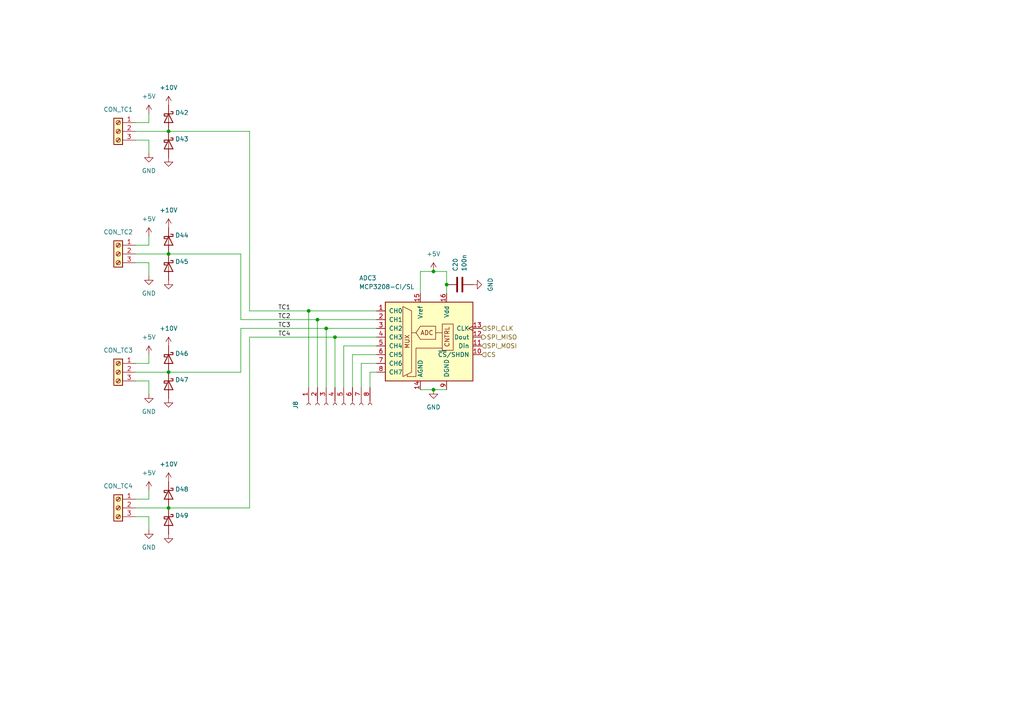
<source format=kicad_sch>
(kicad_sch (version 20211123) (generator eeschema)
  (paper "A4")
  (title_block (title "Thermocouple Ports") (rev "1") (company "Rice Eclipse"))
  (lib_symbols
    (symbol "Analog_ADC:MCP3208" (pin_names (offset 1.016))
      (property "Reference" "U" (at -5.08 13.335 0))
      (property "Value" "MCP3208" (at -5.08 11.43 0))
      (symbol "MCP3208_0_0"
        (text "ADC" (at -0.635 1.27 0) (effects (font (size 1.27 1.27))))
        (text "CNTRL" (at 5.969 -2.921 900) (effects (font (size 1.27 1.27)) (justify left bottom)))
        (text "MUX" (at -6.35 -1.27 900) (effects (font (size 1.27 1.27))))
      )
      (symbol "MCP3208_0_1"
        (polyline (pts (xy -3.81 1.27) (xy -5.08 1.27)))
        (polyline (pts (xy 1.905 1.27) (xy 3.81 1.27)))
        (polyline (pts (xy -7.62 8.89) (xy -7.62 -11.43) (xy -5.08 -10.16) (xy -5.08 7.62) (xy -7.62 8.89)))
        (polyline (pts (xy 3.81 -3.175) (xy -3.81 -3.175) (xy -3.81 -11.43) (xy -6.35 -11.43) (xy -6.35 -10.795)))
        (polyline (pts (xy 1.905 3.175) (xy 1.905 -0.635) (xy -2.54 -0.635) (xy -3.81 1.27) (xy -2.54 3.175) (xy 1.905 3.175)))
        (rectangle (start 3.81 -3.81) (end 6.985 3.81))
        (rectangle (start 12.7 -12.7) (end -12.7 10.16) (stroke (width 0.254)) (fill (type background)))
      )
      (symbol "MCP3208_1_1"
        (pin input line (at -15.24 7.62 0) (length 2.54) (name "CH0") (number "1"))
        (pin input line (at 15.24 -5.08 180) (length 2.54) (name "~{CS}/SHDN") (number "10"))
        (pin input line (at 15.24 -2.54 180) (length 2.54) (name "Din") (number "11"))
        (pin output line (at 15.24 0 180) (length 2.54) (name "Dout") (number "12"))
        (pin input clock (at 15.24 2.54 180) (length 2.54) (name "CLK") (number "13"))
        (pin power_in line (at -2.54 -15.24 90) (length 2.54) (name "AGND") (number "14"))
        (pin power_in line (at -2.54 12.7 270) (length 2.54) (name "Vref") (number "15"))
        (pin power_in line (at 5.08 12.7 270) (length 2.54) (name "Vdd") (number "16"))
        (pin input line (at -15.24 5.08 0) (length 2.54) (name "CH1") (number "2"))
        (pin input line (at -15.24 2.54 0) (length 2.54) (name "CH2") (number "3"))
        (pin input line (at -15.24 0 0) (length 2.54) (name "CH3") (number "4"))
        (pin input line (at -15.24 -2.54 0) (length 2.54) (name "CH4") (number "5"))
        (pin input line (at -15.24 -5.08 0) (length 2.54) (name "CH5") (number "6"))
        (pin input line (at -15.24 -7.62 0) (length 2.54) (name "CH6") (number "7"))
        (pin input line (at -15.24 -10.16 0) (length 2.54) (name "CH7") (number "8"))
        (pin power_in line (at 5.08 -15.24 90) (length 2.54) (name "DGND") (number "9"))
      )
    )
    (symbol "Connector:Conn_01x08_Female" (pin_names (offset 1.016) hide)
      (property "Reference" "J" (at 0 10.16 0))
      (property "Value" "Conn_01x08_Female" (at 0 -12.7 0))
      (symbol "Conn_01x08_Female_1_1"
        (arc (start 0 -9.652) (mid -0.508 -10.16) (end 0 -10.668) (stroke (width 0.1524)))
        (arc (start 0 -7.112) (mid -0.508 -7.62) (end 0 -8.128) (stroke (width 0.1524)))
        (arc (start 0 -4.572) (mid -0.508 -5.08) (end 0 -5.588) (stroke (width 0.1524)))
        (arc (start 0 -2.032) (mid -0.508 -2.54) (end 0 -3.048) (stroke (width 0.1524)))
        (polyline (pts (xy -1.27 -10.16) (xy -0.508 -10.16)) (stroke (width 0.1524)))
        (polyline (pts (xy -1.27 -7.62) (xy -0.508 -7.62)) (stroke (width 0.1524)))
        (polyline (pts (xy -1.27 -5.08) (xy -0.508 -5.08)) (stroke (width 0.1524)))
        (polyline (pts (xy -1.27 -2.54) (xy -0.508 -2.54)) (stroke (width 0.1524)))
        (polyline (pts (xy -1.27 0) (xy -0.508 0)) (stroke (width 0.1524)))
        (polyline (pts (xy -1.27 2.54) (xy -0.508 2.54)) (stroke (width 0.1524)))
        (polyline (pts (xy -1.27 5.08) (xy -0.508 5.08)) (stroke (width 0.1524)))
        (polyline (pts (xy -1.27 7.62) (xy -0.508 7.62)) (stroke (width 0.1524)))
        (arc (start 0 0.508) (mid -0.508 0) (end 0 -0.508) (stroke (width 0.1524)))
        (arc (start 0 3.048) (mid -0.508 2.54) (end 0 2.032) (stroke (width 0.1524)))
        (arc (start 0 5.588) (mid -0.508 5.08) (end 0 4.572) (stroke (width 0.1524)))
        (arc (start 0 8.128) (mid -0.508 7.62) (end 0 7.112) (stroke (width 0.1524)))
        (pin passive line (at -5.08 7.62 0) (length 3.81) (name "Pin_1") (number "1"))
        (pin passive line (at -5.08 5.08 0) (length 3.81) (name "Pin_2") (number "2"))
        (pin passive line (at -5.08 2.54 0) (length 3.81) (name "Pin_3") (number "3"))
        (pin passive line (at -5.08 0 0) (length 3.81) (name "Pin_4") (number "4"))
        (pin passive line (at -5.08 -2.54 0) (length 3.81) (name "Pin_5") (number "5"))
        (pin passive line (at -5.08 -5.08 0) (length 3.81) (name "Pin_6") (number "6"))
        (pin passive line (at -5.08 -7.62 0) (length 3.81) (name "Pin_7") (number "7"))
        (pin passive line (at -5.08 -10.16 0) (length 3.81) (name "Pin_8") (number "8"))
      )
    )
    (symbol "Connector:Screw_Terminal_01x03" (pin_names (offset 1.016) hide)
      (property "Reference" "J" (at 0 5.08 0))
      (property "Value" "Screw_Terminal_01x03" (at 0 -5.08 0))
      (symbol "Screw_Terminal_01x03_1_1"
        (rectangle (start -1.27 3.81) (end 1.27 -3.81) (stroke (width 0.254)) (fill (type background)))
        (circle (center 0 -2.54) (radius 0.635) (stroke (width 0.1524)))
        (polyline (pts (xy -0.5334 -2.2098) (xy 0.3302 -3.048)) (stroke (width 0.1524)))
        (polyline (pts (xy -0.5334 0.3302) (xy 0.3302 -0.508)) (stroke (width 0.1524)))
        (polyline (pts (xy -0.5334 2.8702) (xy 0.3302 2.032)) (stroke (width 0.1524)))
        (polyline (pts (xy -0.3556 -2.032) (xy 0.508 -2.8702)) (stroke (width 0.1524)))
        (polyline (pts (xy -0.3556 0.508) (xy 0.508 -0.3302)) (stroke (width 0.1524)))
        (polyline (pts (xy -0.3556 3.048) (xy 0.508 2.2098)) (stroke (width 0.1524)))
        (circle (center 0 0) (radius 0.635) (stroke (width 0.1524)))
        (circle (center 0 2.54) (radius 0.635) (stroke (width 0.1524)))
        (pin passive line (at -5.08 2.54 0) (length 3.81) (name "Pin_1") (number "1"))
        (pin passive line (at -5.08 0 0) (length 3.81) (name "Pin_2") (number "2"))
        (pin passive line (at -5.08 -2.54 0) (length 3.81) (name "Pin_3") (number "3"))
      )
    )
    (symbol "Device:C" (pin_numbers hide) (pin_names (offset 0.254))
      (property "Reference" "C" (at 0.635 2.54 0))
      (property "Value" "C" (at 0.635 -2.54 0))
      (symbol "C_0_1"
        (polyline (pts (xy -2.032 -0.762) (xy 2.032 -0.762)) (stroke (width 0.508)))
        (polyline (pts (xy -2.032 0.762) (xy 2.032 0.762)) (stroke (width 0.508)))
      )
      (symbol "C_1_1"
        (pin passive line (at 0 3.81 270) (length 2.794) (name "~") (number "1"))
        (pin passive line (at 0 -3.81 90) (length 2.794) (name "~") (number "2"))
      )
    )
    (symbol "Device:D_Schottky" (pin_numbers hide) (pin_names (offset 1.016) hide)
      (property "Reference" "D" (at 0 2.54 0))
      (property "Value" "D_Schottky" (at 0 -2.54 0))
      (symbol "D_Schottky_0_1"
        (polyline (pts (xy 1.27 0) (xy -1.27 0)))
        (polyline (pts (xy 1.27 1.27) (xy 1.27 -1.27) (xy -1.27 0) (xy 1.27 1.27)) (stroke (width 0.254)))
        (polyline (pts (xy -1.905 0.635) (xy -1.905 1.27) (xy -1.27 1.27) (xy -1.27 -1.27) (xy -0.635 -1.27) (xy -0.635 -0.635)) (stroke (width 0.254)))
      )
      (symbol "D_Schottky_1_1"
        (pin passive line (at -3.81 0 0) (length 2.54) (name "K") (number "1"))
        (pin passive line (at 3.81 0 180) (length 2.54) (name "A") (number "2"))
      )
    )
    (symbol "power:+10V" (power) (pin_names (offset 0))
      (property "Value" "+10V" (at 0 3.556 0))
      (symbol "+10V_0_1"
        (polyline (pts (xy -0.762 1.27) (xy 0 2.54)))
        (polyline (pts (xy 0 0) (xy 0 2.54)))
        (polyline (pts (xy 0 2.54) (xy 0.762 1.27)))
      )
      (symbol "+10V_1_1"
        (pin power_in line (at 0 0 90) (length 0) hide (name "+10V") (number "1"))
      )
    )
    (symbol "power:+5V" (power) (pin_names (offset 0))
      (property "Value" "+5V" (at 0 3.556 0))
      (symbol "+5V_0_1"
        (polyline (pts (xy -0.762 1.27) (xy 0 2.54)))
        (polyline (pts (xy 0 0) (xy 0 2.54)))
        (polyline (pts (xy 0 2.54) (xy 0.762 1.27)))
      )
      (symbol "+5V_1_1"
        (pin power_in line (at 0 0 90) (length 0) hide (name "+5V") (number "1"))
      )
    )
    (symbol "power:GND" (power) (pin_names (offset 0))
      (property "Value" "GND" (at 0 -3.81 0))
      (symbol "GND_0_1"
        (polyline (pts (xy 0 0) (xy 0 -1.27) (xy 1.27 -1.27) (xy 0 -2.54) (xy -1.27 -1.27) (xy 0 -1.27)))
      )
      (symbol "GND_1_1"
        (pin power_in line (at 0 0 270) (length 0) hide (name "GND") (number "1"))
      )
    )
  )
  (junction (at 48.895 107.95))
  (junction (at 48.895 147.32))
  (junction (at 125.73 113.03))
  (junction (at 48.895 38.1))
  (junction (at 92.075 92.71))
  (junction (at 89.535 90.17))
  (junction (at 129.54 82.55))
  (junction (at 48.895 73.66))
  (junction (at 125.73 78.74))
  (junction (at 94.615 95.25))
  (junction (at 97.155 97.79))
  (wire (pts (xy 72.39 90.17) (xy 72.39 38.1)))
  (wire (pts (xy 92.075 112.395) (xy 92.075 92.71)))
  (wire (pts (xy 99.695 100.33) (xy 109.22 100.33)))
  (wire (pts (xy 129.54 82.55) (xy 129.54 85.09)))
  (wire (pts (xy 121.92 113.03) (xy 125.73 113.03)))
  (wire (pts (xy 39.37 73.66) (xy 48.895 73.66)))
  (wire (pts (xy 121.92 78.74) (xy 125.73 78.74)))
  (wire (pts (xy 39.37 105.41) (xy 43.18 105.41)))
  (wire (pts (xy 39.37 107.95) (xy 48.895 107.95)))
  (wire (pts (xy 97.155 112.395) (xy 97.155 97.79)))
  (wire (pts (xy 39.37 38.1) (xy 48.895 38.1)))
  (wire (pts (xy 43.18 71.12) (xy 43.18 68.58)))
  (wire (pts (xy 39.37 147.32) (xy 48.895 147.32)))
  (wire (pts (xy 43.18 40.64) (xy 43.18 44.45)))
  (wire (pts (xy 92.075 92.71) (xy 69.85 92.71)))
  (wire (pts (xy 89.535 112.395) (xy 89.535 90.17)))
  (wire (pts (xy 104.775 105.41) (xy 109.22 105.41)))
  (wire (pts (xy 109.22 107.95) (xy 107.315 107.95)))
  (wire (pts (xy 72.39 38.1) (xy 48.895 38.1)))
  (wire (pts (xy 129.54 78.74) (xy 129.54 82.55)))
  (wire (pts (xy 39.37 110.49) (xy 43.18 110.49)))
  (wire (pts (xy 97.155 97.79) (xy 72.39 97.79)))
  (wire (pts (xy 69.85 73.66) (xy 48.895 73.66)))
  (wire (pts (xy 39.37 76.2) (xy 43.18 76.2)))
  (wire (pts (xy 69.85 107.95) (xy 48.895 107.95)))
  (wire (pts (xy 94.615 95.25) (xy 109.22 95.25)))
  (wire (pts (xy 125.73 113.03) (xy 129.54 113.03)))
  (wire (pts (xy 69.85 95.25) (xy 69.85 107.95)))
  (wire (pts (xy 39.37 35.56) (xy 43.18 35.56)))
  (wire (pts (xy 102.235 102.87) (xy 109.22 102.87)))
  (wire (pts (xy 39.37 71.12) (xy 43.18 71.12)))
  (wire (pts (xy 39.37 144.78) (xy 43.18 144.78)))
  (wire (pts (xy 43.18 149.86) (xy 43.18 153.67)))
  (wire (pts (xy 97.155 97.79) (xy 109.22 97.79)))
  (wire (pts (xy 102.235 112.395) (xy 102.235 102.87)))
  (wire (pts (xy 94.615 112.395) (xy 94.615 95.25)))
  (wire (pts (xy 89.535 90.17) (xy 72.39 90.17)))
  (wire (pts (xy 92.075 92.71) (xy 109.22 92.71)))
  (wire (pts (xy 43.18 110.49) (xy 43.18 114.3)))
  (wire (pts (xy 43.18 105.41) (xy 43.18 102.87)))
  (wire (pts (xy 89.535 90.17) (xy 109.22 90.17)))
  (wire (pts (xy 69.85 92.71) (xy 69.85 73.66)))
  (wire (pts (xy 99.695 112.395) (xy 99.695 100.33)))
  (wire (pts (xy 39.37 40.64) (xy 43.18 40.64)))
  (wire (pts (xy 43.18 76.2) (xy 43.18 80.01)))
  (wire (pts (xy 125.73 78.74) (xy 129.54 78.74)))
  (wire (pts (xy 43.18 35.56) (xy 43.18 33.02)))
  (wire (pts (xy 72.39 97.79) (xy 72.39 147.32)))
  (wire (pts (xy 39.37 149.86) (xy 43.18 149.86)))
  (wire (pts (xy 104.775 112.395) (xy 104.775 105.41)))
  (wire (pts (xy 43.18 144.78) (xy 43.18 142.24)))
  (wire (pts (xy 121.92 78.74) (xy 121.92 85.09)))
  (wire (pts (xy 72.39 147.32) (xy 48.895 147.32)))
  (wire (pts (xy 94.615 95.25) (xy 69.85 95.25)))
  (wire (pts (xy 107.315 107.95) (xy 107.315 112.395)))
  (label "TC3" (at 80.645 95.25 0))
  (label "TC4" (at 80.645 97.79 0))
  (label "TC2" (at 80.645 92.71 0))
  (label "TC1" (at 80.645 90.17 0))
  (hierarchical_label "SPI_CLK" (shape input) (at 139.7 95.25 0))
  (hierarchical_label "SPI_MISO" (shape output) (at 139.7 97.79 0))
  (hierarchical_label "CS" (shape input) (at 139.7 102.87 0))
  (hierarchical_label "SPI_MOSI" (shape input) (at 139.7 100.33 0))
  (symbol (lib_id "Connector:Screw_Terminal_01x03") (at 34.29 73.66 0) (mirror y) (unit 1)
    (property "Reference" "CON_TC2" (at 34.29 67.31 0))
    (property "Value" "Screw_Terminal_01x03" (effects hide))
    (property "Footprint" "1190364:1190364" (effects hide))
  )
  (symbol (lib_id "power:+5V") (at 43.18 142.24 0) (unit 1)
    (property "Reference" "#PWR0135" (effects hide))
    (property "Value" "+5V" (at 43.18 137.16 0))
  )
  (symbol (lib_id "power:GND") (at 48.895 154.94 0) (mirror y) (unit 1)
    (property "Reference" "#PWR0137" (effects hide))
    (property "Value" "GND" (effects hide))
  )
  (symbol (lib_id "Device:D_Schottky") (at 48.895 104.14 270) (unit 1)
    (property "Reference" "D46" (at 50.8 102.5524 90) (effects (justify left)))
    (property "Value" "CDBA340-HF" (effects hide))
    (property "Footprint" "Diode_SMD:D_SMA" (effects hide))
  )
  (symbol (lib_id "power:+5V") (at 43.18 68.58 0) (unit 1)
    (property "Reference" "#PWR0131" (effects hide))
    (property "Value" "+5V" (at 43.18 63.5 0))
  )
  (symbol (lib_id "power:GND") (at 48.895 115.57 0) (mirror y) (unit 1)
    (property "Reference" "#PWR0119" (effects hide))
    (property "Value" "GND" (effects hide))
  )
  (symbol (lib_id "Device:D_Schottky") (at 48.895 69.85 270) (unit 1)
    (property "Reference" "D44" (at 50.8 68.2624 90) (effects (justify left)))
    (property "Value" "CDBA340-HF" (effects hide))
    (property "Footprint" "Diode_SMD:D_SMA" (effects hide))
  )
  (symbol (lib_id "Connector:Conn_01x08_Female") (at 97.155 117.475 90) (mirror x) (unit 1)
    (property "Reference" "J8" (at 85.725 117.475 0))
    (property "Value" "Conn_01x08_Female" (effects hide))
    (property "Footprint" "Connector_PinSocket_2.54mm:PinSocket_1x08_P2.54mm_Vertical" (effects hide))
  )
  (symbol (lib_id "power:+5V") (at 43.18 33.02 0) (unit 1)
    (property "Reference" "#PWR0129" (effects hide))
    (property "Value" "+5V" (at 43.18 27.94 0))
  )
  (symbol (lib_id "Device:C") (at 133.35 82.55 270) (unit 1)
    (property "Reference" "C20" (at 132.0799 78.74 0) (effects (justify right)))
    (property "Value" "100n" (at 134.6199 78.74 0) (effects (justify right)))
    (property "Footprint" "Capacitor_SMD:C_1206_3216Metric" (effects hide))
  )
  (symbol (lib_id "power:GND") (at 43.18 44.45 0) (unit 1)
    (property "Reference" "#PWR0130" (effects hide))
    (property "Value" "GND" (at 43.18 49.53 0))
  )
  (symbol (lib_id "power:GND") (at 137.16 82.55 90) (unit 1)
    (property "Reference" "#PWR0140" (effects hide))
    (property "Value" "GND" (at 142.24 82.55 0))
  )
  (symbol (lib_id "power:GND") (at 48.895 81.28 0) (mirror y) (unit 1)
    (property "Reference" "#PWR0111" (effects hide))
    (property "Value" "GND" (effects hide))
  )
  (symbol (lib_id "Connector:Screw_Terminal_01x03") (at 34.29 107.95 0) (mirror y) (unit 1)
    (property "Reference" "CON_TC3" (at 34.29 101.6 0))
    (property "Value" "Screw_Terminal_01x03" (effects hide))
    (property "Footprint" "1190364:1190364" (effects hide))
  )
  (symbol (lib_id "power:+10V") (at 48.895 139.7 0) (unit 1)
    (property "Reference" "#PWR0120" (effects hide))
    (property "Value" "+10V" (at 48.895 134.62 0))
  )
  (symbol (lib_id "Device:D_Schottky") (at 48.895 111.76 270) (unit 1)
    (property "Reference" "D47" (at 50.8 110.1724 90) (effects (justify left)))
    (property "Value" "CDBA340-HF" (effects hide))
    (property "Footprint" "Diode_SMD:D_SMA" (effects hide))
  )
  (symbol (lib_id "power:GND") (at 43.18 114.3 0) (unit 1)
    (property "Reference" "#PWR0134" (effects hide))
    (property "Value" "GND" (at 43.18 119.38 0))
  )
  (symbol (lib_id "Connector:Screw_Terminal_01x03") (at 34.29 38.1 0) (mirror y) (unit 1)
    (property "Reference" "CON_TC1" (at 34.29 31.75 0))
    (property "Value" "Screw_Terminal_01x03" (effects hide))
    (property "Footprint" "1190364:1190364" (effects hide))
  )
  (symbol (lib_id "power:GND") (at 43.18 153.67 0) (unit 1)
    (property "Reference" "#PWR0136" (effects hide))
    (property "Value" "GND" (at 43.18 158.75 0))
  )
  (symbol (lib_id "Device:D_Schottky") (at 48.895 41.91 270) (unit 1)
    (property "Reference" "D43" (at 50.8 40.3224 90) (effects (justify left)))
    (property "Value" "CDBA340-HF" (effects hide))
    (property "Footprint" "Diode_SMD:D_SMA" (effects hide))
  )
  (symbol (lib_id "Device:D_Schottky") (at 48.895 151.13 270) (unit 1)
    (property "Reference" "D49" (at 50.8 149.5424 90) (effects (justify left)))
    (property "Value" "CDBA340-HF" (effects hide))
    (property "Footprint" "Diode_SMD:D_SMA" (effects hide))
  )
  (symbol (lib_id "Analog_ADC:MCP3208") (at 124.46 97.79 0) (unit 1)
    (property "Reference" "ADC3" (at 104.14 80.645 0) (effects (justify left)))
    (property "Value" "MCP3208-CI/SL" (at 104.14 83.185 0) (effects (justify left)))
    (property "Footprint" "Package_SO:SOIC-16_3.9x9.9mm_P1.27mm" (effects hide))
    (property "Datasheet" "http://ww1.microchip.com/downloads/en/DeviceDoc/21298c.pdf" (effects hide))
  )
  (symbol (lib_id "power:+5V") (at 125.73 78.74 0) (unit 1)
    (property "Reference" "#PWR0138" (effects hide))
    (property "Value" "+5V" (at 125.73 73.66 0))
  )
  (symbol (lib_id "Device:D_Schottky") (at 48.895 34.29 270) (unit 1)
    (property "Reference" "D42" (at 50.8 32.7024 90) (effects (justify left)))
    (property "Value" "CDBA340-HF" (effects hide))
    (property "Footprint" "Diode_SMD:D_SMA" (effects hide))
  )
  (symbol (lib_id "power:GND") (at 125.73 113.03 0) (unit 1)
    (property "Reference" "#PWR0139" (effects hide))
    (property "Value" "GND" (at 125.73 118.11 0))
  )
  (symbol (lib_id "Device:D_Schottky") (at 48.895 143.51 270) (unit 1)
    (property "Reference" "D48" (at 50.8 141.9224 90) (effects (justify left)))
    (property "Value" "CDBA340-HF" (effects hide))
    (property "Footprint" "Diode_SMD:D_SMA" (effects hide))
  )
  (symbol (lib_id "Device:D_Schottky") (at 48.895 77.47 270) (unit 1)
    (property "Reference" "D45" (at 50.8 75.8824 90) (effects (justify left)))
    (property "Value" "CDBA340-HF" (effects hide))
    (property "Footprint" "Diode_SMD:D_SMA" (effects hide))
  )
  (symbol (lib_id "Connector:Screw_Terminal_01x03") (at 34.29 147.32 0) (mirror y) (unit 1)
    (property "Reference" "CON_TC4" (at 34.29 140.97 0))
    (property "Value" "Screw_Terminal_01x03" (effects hide))
    (property "Footprint" "1190364:1190364" (effects hide))
  )
  (symbol (lib_id "power:+10V") (at 48.895 66.04 0) (unit 1)
    (property "Reference" "#PWR0110" (effects hide))
    (property "Value" "+10V" (at 48.895 60.96 0))
  )
  (symbol (lib_id "power:+5V") (at 43.18 102.87 0) (unit 1)
    (property "Reference" "#PWR0133" (effects hide))
    (property "Value" "+5V" (at 43.18 97.79 0))
  )
  (symbol (lib_id "power:+10V") (at 48.895 100.33 0) (unit 1)
    (property "Reference" "#PWR0112" (effects hide))
    (property "Value" "+10V" (at 48.895 95.25 0))
  )
  (symbol (lib_id "power:GND") (at 43.18 80.01 0) (unit 1)
    (property "Reference" "#PWR0132" (effects hide))
    (property "Value" "GND" (at 43.18 85.09 0))
  )
  (symbol (lib_id "power:GND") (at 48.895 45.72 0) (mirror y) (unit 1)
    (property "Reference" "#PWR0109" (effects hide))
    (property "Value" "GND" (effects hide))
  )
  (symbol (lib_id "power:+10V") (at 48.895 30.48 0) (unit 1)
    (property "Reference" "#PWR0108" (effects hide))
    (property "Value" "+10V" (at 48.895 25.4 0))
  )
)
</source>
